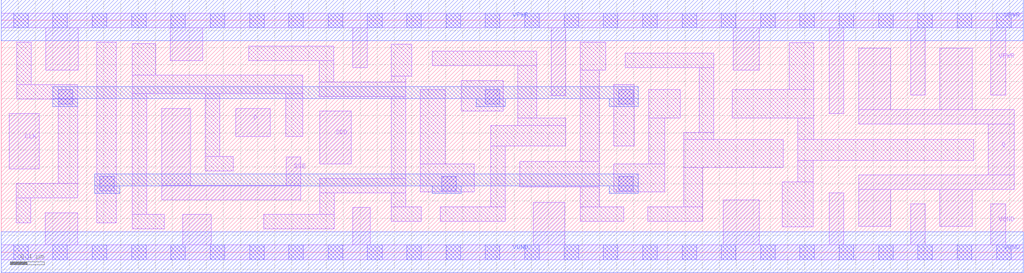
<source format=lef>
# Copyright 2020 The SkyWater PDK Authors
#
# Licensed under the Apache License, Version 2.0 (the "License");
# you may not use this file except in compliance with the License.
# You may obtain a copy of the License at
#
#     https://www.apache.org/licenses/LICENSE-2.0
#
# Unless required by applicable law or agreed to in writing, software
# distributed under the License is distributed on an "AS IS" BASIS,
# WITHOUT WARRANTIES OR CONDITIONS OF ANY KIND, either express or implied.
# See the License for the specific language governing permissions and
# limitations under the License.
#
# SPDX-License-Identifier: Apache-2.0

VERSION 5.7 ;
  NAMESCASESENSITIVE ON ;
  NOWIREEXTENSIONATPIN ON ;
  DIVIDERCHAR "/" ;
  BUSBITCHARS "[]" ;
UNITS
  DATABASE MICRONS 200 ;
END UNITS
PROPERTYDEFINITIONS
  MACRO maskLayoutSubType STRING ;
  MACRO prCellType STRING ;
  MACRO originalViewName STRING ;
END PROPERTYDEFINITIONS
MACRO sky130_fd_sc_hdll__sdfxtp_4
  CLASS CORE ;
  FOREIGN sky130_fd_sc_hdll__sdfxtp_4 ;
  ORIGIN  0.000000  0.000000 ;
  SIZE  11.96000 BY  2.720000 ;
  SYMMETRY X Y R90 ;
  SITE unithd ;
  PIN CLK
    ANTENNAGATEAREA  0.178200 ;
    DIRECTION INPUT ;
    USE SIGNAL ;
    PORT
      LAYER li1 ;
        RECT 0.095000 0.975000 0.445000 1.625000 ;
    END
  END CLK
  PIN D
    ANTENNAGATEAREA  0.178200 ;
    DIRECTION INPUT ;
    USE SIGNAL ;
    PORT
      LAYER li1 ;
        RECT 2.745000 1.355000 3.150000 1.685000 ;
    END
  END D
  PIN Q
    ANTENNADIFFAREA  1.028500 ;
    DIRECTION OUTPUT ;
    USE SIGNAL ;
    PORT
      LAYER li1 ;
        RECT 10.030000 0.305000 10.410000 0.735000 ;
        RECT 10.030000 0.735000 11.850000 0.905000 ;
        RECT 10.030000 1.505000 11.850000 1.675000 ;
        RECT 10.030000 1.675000 10.410000 2.395000 ;
        RECT 10.980000 0.305000 11.360000 0.735000 ;
        RECT 10.980000 1.675000 11.360000 2.395000 ;
        RECT 11.550000 0.905000 11.850000 1.505000 ;
    END
  END Q
  PIN SCD
    ANTENNAGATEAREA  0.178200 ;
    DIRECTION INPUT ;
    USE SIGNAL ;
    PORT
      LAYER li1 ;
        RECT 3.725000 1.035000 4.095000 1.655000 ;
    END
  END SCD
  PIN SCE
    ANTENNAGATEAREA  0.356400 ;
    DIRECTION INPUT ;
    USE SIGNAL ;
    PORT
      LAYER li1 ;
        RECT 1.880000 0.615000 3.505000 0.785000 ;
        RECT 1.880000 0.785000 2.215000 1.685000 ;
        RECT 3.335000 0.785000 3.505000 1.115000 ;
    END
  END SCE
  PIN VGND
    DIRECTION INOUT ;
    USE GROUND ;
    PORT
      LAYER li1 ;
        RECT  0.000000 -0.085000 11.960000 0.085000 ;
        RECT  0.515000  0.085000  0.895000 0.465000 ;
        RECT  2.125000  0.085000  2.455000 0.445000 ;
        RECT  4.115000  0.085000  4.315000 0.525000 ;
        RECT  6.225000  0.085000  6.595000 0.585000 ;
        RECT  8.450000  0.085000  8.870000 0.615000 ;
        RECT  9.690000  0.085000  9.860000 0.695000 ;
        RECT 10.640000  0.085000 10.810000 0.565000 ;
        RECT 11.580000  0.085000 11.750000 0.565000 ;
      LAYER mcon ;
        RECT  0.145000 -0.085000  0.315000 0.085000 ;
        RECT  0.605000 -0.085000  0.775000 0.085000 ;
        RECT  1.065000 -0.085000  1.235000 0.085000 ;
        RECT  1.525000 -0.085000  1.695000 0.085000 ;
        RECT  1.985000 -0.085000  2.155000 0.085000 ;
        RECT  2.445000 -0.085000  2.615000 0.085000 ;
        RECT  2.905000 -0.085000  3.075000 0.085000 ;
        RECT  3.365000 -0.085000  3.535000 0.085000 ;
        RECT  3.825000 -0.085000  3.995000 0.085000 ;
        RECT  4.285000 -0.085000  4.455000 0.085000 ;
        RECT  4.745000 -0.085000  4.915000 0.085000 ;
        RECT  5.205000 -0.085000  5.375000 0.085000 ;
        RECT  5.665000 -0.085000  5.835000 0.085000 ;
        RECT  6.125000 -0.085000  6.295000 0.085000 ;
        RECT  6.585000 -0.085000  6.755000 0.085000 ;
        RECT  7.045000 -0.085000  7.215000 0.085000 ;
        RECT  7.505000 -0.085000  7.675000 0.085000 ;
        RECT  7.965000 -0.085000  8.135000 0.085000 ;
        RECT  8.425000 -0.085000  8.595000 0.085000 ;
        RECT  8.885000 -0.085000  9.055000 0.085000 ;
        RECT  9.345000 -0.085000  9.515000 0.085000 ;
        RECT  9.805000 -0.085000  9.975000 0.085000 ;
        RECT 10.265000 -0.085000 10.435000 0.085000 ;
        RECT 10.725000 -0.085000 10.895000 0.085000 ;
        RECT 11.185000 -0.085000 11.355000 0.085000 ;
        RECT 11.645000 -0.085000 11.815000 0.085000 ;
      LAYER met1 ;
        RECT 0.000000 -0.240000 11.960000 0.240000 ;
    END
  END VGND
  PIN VPWR
    DIRECTION INOUT ;
    USE POWER ;
    PORT
      LAYER li1 ;
        RECT  0.000000 2.635000 11.960000 2.805000 ;
        RECT  0.520000 2.135000  0.900000 2.635000 ;
        RECT  1.980000 2.245000  2.360000 2.635000 ;
        RECT  4.110000 2.165000  4.280000 2.635000 ;
        RECT  6.435000 1.835000  6.605000 2.635000 ;
        RECT  8.565000 2.135000  8.870000 2.635000 ;
        RECT  9.690000 1.625000  9.860000 2.635000 ;
        RECT 10.640000 1.845000 10.810000 2.635000 ;
        RECT 11.580000 1.845000 11.750000 2.635000 ;
      LAYER mcon ;
        RECT  0.145000 2.635000  0.315000 2.805000 ;
        RECT  0.605000 2.635000  0.775000 2.805000 ;
        RECT  1.065000 2.635000  1.235000 2.805000 ;
        RECT  1.525000 2.635000  1.695000 2.805000 ;
        RECT  1.985000 2.635000  2.155000 2.805000 ;
        RECT  2.445000 2.635000  2.615000 2.805000 ;
        RECT  2.905000 2.635000  3.075000 2.805000 ;
        RECT  3.365000 2.635000  3.535000 2.805000 ;
        RECT  3.825000 2.635000  3.995000 2.805000 ;
        RECT  4.285000 2.635000  4.455000 2.805000 ;
        RECT  4.745000 2.635000  4.915000 2.805000 ;
        RECT  5.205000 2.635000  5.375000 2.805000 ;
        RECT  5.665000 2.635000  5.835000 2.805000 ;
        RECT  6.125000 2.635000  6.295000 2.805000 ;
        RECT  6.585000 2.635000  6.755000 2.805000 ;
        RECT  7.045000 2.635000  7.215000 2.805000 ;
        RECT  7.505000 2.635000  7.675000 2.805000 ;
        RECT  7.965000 2.635000  8.135000 2.805000 ;
        RECT  8.425000 2.635000  8.595000 2.805000 ;
        RECT  8.885000 2.635000  9.055000 2.805000 ;
        RECT  9.345000 2.635000  9.515000 2.805000 ;
        RECT  9.805000 2.635000  9.975000 2.805000 ;
        RECT 10.265000 2.635000 10.435000 2.805000 ;
        RECT 10.725000 2.635000 10.895000 2.805000 ;
        RECT 11.185000 2.635000 11.355000 2.805000 ;
        RECT 11.645000 2.635000 11.815000 2.805000 ;
      LAYER met1 ;
        RECT 0.000000 2.480000 11.960000 2.960000 ;
    END
  END VPWR
  OBS
    LAYER li1 ;
      RECT 0.175000 0.345000  0.345000 0.635000 ;
      RECT 0.175000 0.635000  0.895000 0.805000 ;
      RECT 0.180000 1.795000  0.895000 1.965000 ;
      RECT 0.180000 1.965000  0.350000 2.465000 ;
      RECT 0.665000 0.805000  0.895000 1.795000 ;
      RECT 1.115000 0.345000  1.345000 2.465000 ;
      RECT 1.535000 0.275000  1.905000 0.445000 ;
      RECT 1.535000 0.445000  1.705000 1.860000 ;
      RECT 1.535000 1.860000  3.525000 2.075000 ;
      RECT 1.535000 2.075000  1.810000 2.445000 ;
      RECT 2.385000 0.955000  2.715000 1.125000 ;
      RECT 2.385000 1.125000  2.555000 1.860000 ;
      RECT 2.895000 2.245000  3.890000 2.415000 ;
      RECT 3.070000 0.275000  3.895000 0.445000 ;
      RECT 3.330000 1.355000  3.525000 1.860000 ;
      RECT 3.720000 1.825000  4.735000 1.995000 ;
      RECT 3.720000 1.995000  3.890000 2.245000 ;
      RECT 3.725000 0.445000  3.895000 0.695000 ;
      RECT 3.725000 0.695000  4.735000 0.865000 ;
      RECT 4.565000 0.365000  4.915000 0.535000 ;
      RECT 4.565000 0.535000  4.735000 0.695000 ;
      RECT 4.565000 0.865000  4.735000 1.825000 ;
      RECT 4.565000 1.995000  4.735000 2.065000 ;
      RECT 4.565000 2.065000  4.800000 2.440000 ;
      RECT 4.905000 0.705000  5.535000 1.035000 ;
      RECT 4.905000 1.035000  5.195000 1.905000 ;
      RECT 5.045000 2.190000  6.265000 2.360000 ;
      RECT 5.135000 0.365000  5.895000 0.535000 ;
      RECT 5.385000 1.655000  5.875000 2.010000 ;
      RECT 5.725000 0.535000  5.895000 1.245000 ;
      RECT 5.725000 1.245000  6.605000 1.485000 ;
      RECT 6.045000 1.485000  6.605000 1.575000 ;
      RECT 6.045000 1.575000  6.265000 2.190000 ;
      RECT 6.065000 0.765000  6.995000 1.065000 ;
      RECT 6.775000 0.365000  7.285000 0.535000 ;
      RECT 6.775000 0.535000  6.995000 0.765000 ;
      RECT 6.775000 1.065000  6.995000 2.135000 ;
      RECT 6.775000 2.135000  7.075000 2.465000 ;
      RECT 7.165000 0.705000  7.765000 1.035000 ;
      RECT 7.165000 1.245000  7.405000 1.965000 ;
      RECT 7.300000 2.165000  8.335000 2.335000 ;
      RECT 7.565000 0.365000  8.205000 0.535000 ;
      RECT 7.575000 1.035000  7.765000 1.575000 ;
      RECT 7.575000 1.575000  7.945000 1.905000 ;
      RECT 7.985000 0.535000  8.205000 0.995000 ;
      RECT 7.985000 0.995000  9.150000 1.325000 ;
      RECT 7.985000 1.325000  8.335000 1.405000 ;
      RECT 8.165000 1.405000  8.335000 2.165000 ;
      RECT 8.555000 1.575000  9.505000 1.905000 ;
      RECT 9.140000 0.300000  9.500000 0.825000 ;
      RECT 9.220000 1.905000  9.505000 2.455000 ;
      RECT 9.320000 0.825000  9.500000 1.075000 ;
      RECT 9.320000 1.075000 11.380000 1.325000 ;
      RECT 9.320000 1.325000  9.505000 1.575000 ;
    LAYER mcon ;
      RECT 0.665000 1.740000 0.835000 1.910000 ;
      RECT 1.155000 0.720000 1.325000 0.890000 ;
      RECT 5.155000 0.720000 5.325000 0.890000 ;
      RECT 5.665000 1.740000 5.835000 1.910000 ;
      RECT 7.225000 0.720000 7.395000 0.890000 ;
      RECT 7.225000 1.740000 7.395000 1.910000 ;
    LAYER met1 ;
      RECT 0.605000 1.710000 0.895000 1.800000 ;
      RECT 0.605000 1.800000 7.455000 1.940000 ;
      RECT 1.095000 0.690000 1.385000 0.780000 ;
      RECT 1.095000 0.780000 7.455000 0.920000 ;
      RECT 5.045000 0.690000 5.385000 0.780000 ;
      RECT 5.555000 1.710000 5.895000 1.800000 ;
      RECT 7.115000 0.690000 7.455000 0.780000 ;
      RECT 7.115000 1.710000 7.455000 1.800000 ;
  END
  PROPERTY maskLayoutSubType "abstract" ;
  PROPERTY prCellType "standard" ;
  PROPERTY originalViewName "layout" ;
END sky130_fd_sc_hdll__sdfxtp_4

</source>
